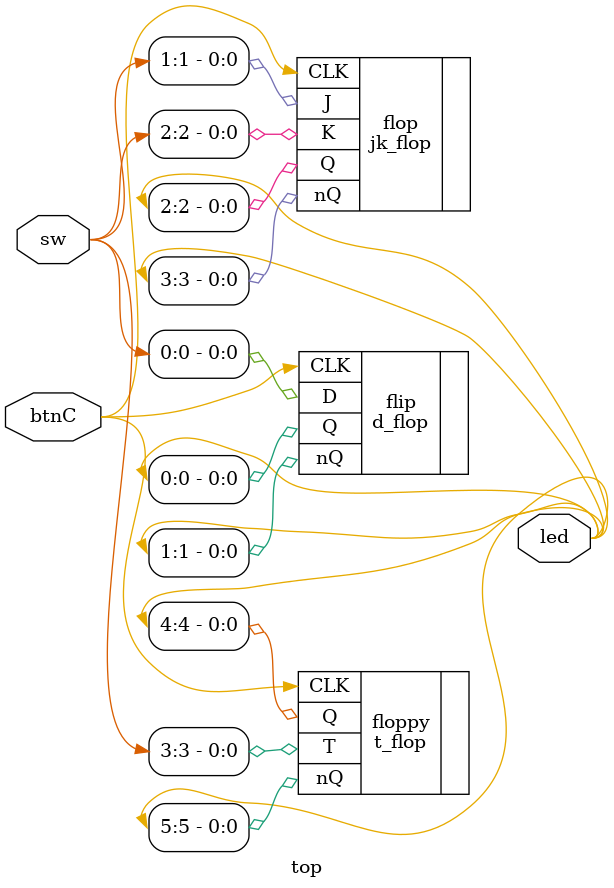
<source format=v>
module top(
    input [3:0]sw,
    input btnC,
    output [5:0]led
);

    d_flop flip(
        .D(sw[0]),
        .CLK(btnC),
        .Q(led[0]),
        .nQ(led[1])
     );
     
     jk_flop flop(
        .J(sw[1]),
        .K(sw[2]),
        .CLK(btnC),
        .Q(led[2]),
        .nQ(led[3])
     );
     
     t_flop floppy(
        .T(sw[3]),
        .CLK(btnC),
        .Q(led[4]),
        .nQ(led[5])
     );

endmodule

</source>
